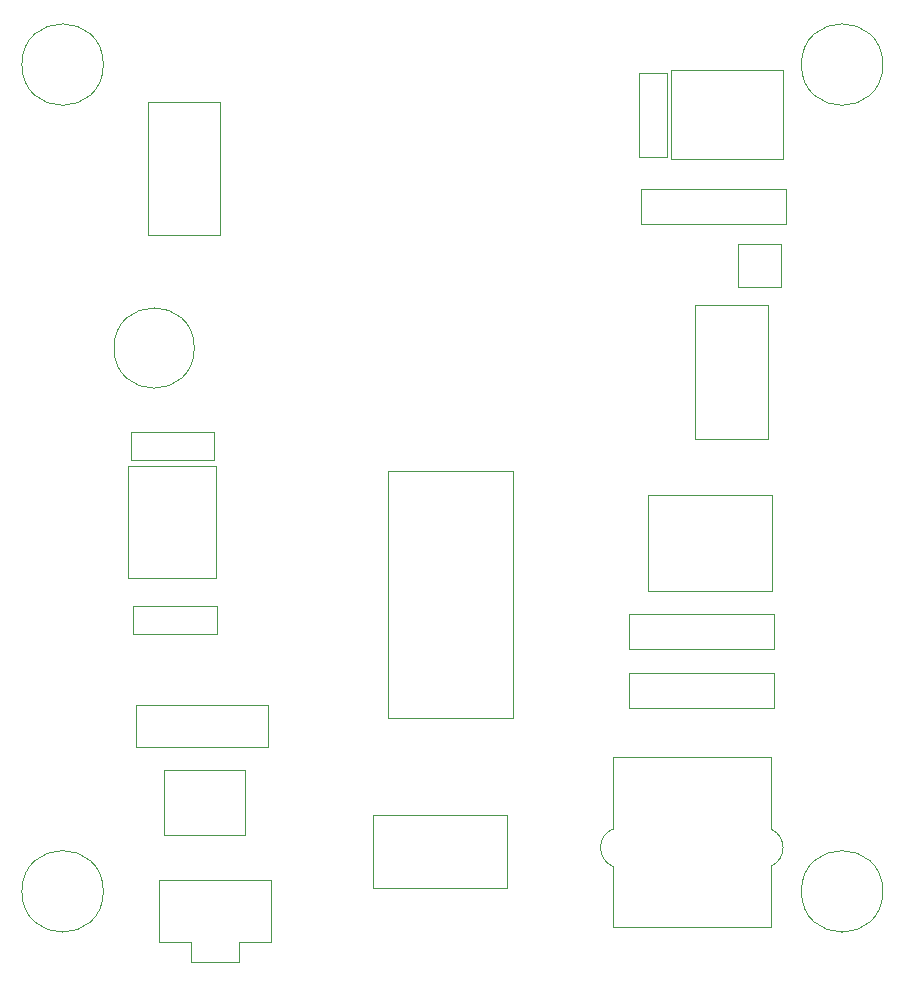
<source format=gbr>
%TF.GenerationSoftware,KiCad,Pcbnew,(5.1.8)-1*%
%TF.CreationDate,2021-01-04T15:21:09+00:00*%
%TF.ProjectId,main,6d61696e-2e6b-4696-9361-645f70636258,2.2*%
%TF.SameCoordinates,Original*%
%TF.FileFunction,Other,User*%
%FSLAX46Y46*%
G04 Gerber Fmt 4.6, Leading zero omitted, Abs format (unit mm)*
G04 Created by KiCad (PCBNEW (5.1.8)-1) date 2021-01-04 15:21:09*
%MOMM*%
%LPD*%
G01*
G04 APERTURE LIST*
%ADD10C,0.050000*%
G04 APERTURE END LIST*
D10*
%TO.C,J7*%
X161570000Y-113600000D02*
X161570000Y-119720000D01*
X174970000Y-113600000D02*
X174970000Y-119720000D01*
X161570000Y-128000000D02*
X161570000Y-122880000D01*
X174970000Y-128000000D02*
X161570000Y-128000000D01*
X174970000Y-122880000D02*
X174970000Y-128000000D01*
X161570000Y-113600000D02*
X174970000Y-113600000D01*
X174970000Y-119720000D02*
G75*
G02*
X174970000Y-122880000I-700000J-1580000D01*
G01*
X161570000Y-122880000D02*
G75*
G02*
X161570000Y-119720000I700000J1580000D01*
G01*
%TO.C,J6*%
X152650000Y-118550000D02*
X152650000Y-124700000D01*
X141300000Y-124700000D02*
X152650000Y-124700000D01*
X141300000Y-118550000D02*
X141300000Y-124700000D01*
X152650000Y-118550000D02*
X141300000Y-118550000D01*
%TO.C,J5*%
X168550000Y-75350000D02*
X174700000Y-75350000D01*
X174700000Y-86700000D02*
X174700000Y-75350000D01*
X168550000Y-86700000D02*
X174700000Y-86700000D01*
X168550000Y-75350000D02*
X168550000Y-86700000D01*
%TO.C,H4*%
X118450000Y-55000000D02*
G75*
G03*
X118450000Y-55000000I-3450000J0D01*
G01*
%TO.C,H3*%
X184450000Y-55000000D02*
G75*
G03*
X184450000Y-55000000I-3450000J0D01*
G01*
%TO.C,H2*%
X184450000Y-125000000D02*
G75*
G03*
X184450000Y-125000000I-3450000J0D01*
G01*
%TO.C,H1*%
X118450000Y-125000000D02*
G75*
G03*
X118450000Y-125000000I-3450000J0D01*
G01*
%TO.C,U1*%
X153100000Y-89450000D02*
X142550000Y-89450000D01*
X153100000Y-110300000D02*
X153100000Y-89450000D01*
X142550000Y-110300000D02*
X153100000Y-110300000D01*
X142550000Y-89450000D02*
X142550000Y-110300000D01*
%TO.C,SW3*%
X175750000Y-63000000D02*
X176000000Y-63000000D01*
X176000000Y-63000000D02*
X176000000Y-62750000D01*
X175750000Y-55500000D02*
X176000000Y-55500000D01*
X176000000Y-55500000D02*
X176000000Y-55750000D01*
X166500000Y-55750000D02*
X166500000Y-55500000D01*
X166500000Y-55500000D02*
X166750000Y-55500000D01*
X166500000Y-62750000D02*
X166500000Y-63000000D01*
X166500000Y-63000000D02*
X166750000Y-63000000D01*
X166750000Y-55500000D02*
X175750000Y-55500000D01*
X166500000Y-62750000D02*
X166500000Y-55750000D01*
X175750000Y-63000000D02*
X166750000Y-63000000D01*
X176000000Y-55750000D02*
X176000000Y-62750000D01*
%TO.C,SW2*%
X128000000Y-89250000D02*
X128000000Y-89000000D01*
X128000000Y-89000000D02*
X127750000Y-89000000D01*
X120500000Y-89250000D02*
X120500000Y-89000000D01*
X120500000Y-89000000D02*
X120750000Y-89000000D01*
X120750000Y-98500000D02*
X120500000Y-98500000D01*
X120500000Y-98500000D02*
X120500000Y-98250000D01*
X127750000Y-98500000D02*
X128000000Y-98500000D01*
X128000000Y-98500000D02*
X128000000Y-98250000D01*
X120500000Y-98250000D02*
X120500000Y-89250000D01*
X127750000Y-98500000D02*
X120750000Y-98500000D01*
X128000000Y-89250000D02*
X128000000Y-98250000D01*
X120750000Y-89000000D02*
X127750000Y-89000000D01*
%TO.C,R3*%
X163950000Y-65500000D02*
X163950000Y-68500000D01*
X163950000Y-68500000D02*
X176210000Y-68500000D01*
X176210000Y-68500000D02*
X176210000Y-65500000D01*
X176210000Y-65500000D02*
X163950000Y-65500000D01*
%TO.C,R2*%
X162950000Y-106500000D02*
X162950000Y-109500000D01*
X162950000Y-109500000D02*
X175210000Y-109500000D01*
X175210000Y-109500000D02*
X175210000Y-106500000D01*
X175210000Y-106500000D02*
X162950000Y-106500000D01*
%TO.C,R1*%
X162950000Y-101500000D02*
X162950000Y-104500000D01*
X162950000Y-104500000D02*
X175210000Y-104500000D01*
X175210000Y-104500000D02*
X175210000Y-101500000D01*
X175210000Y-101500000D02*
X162950000Y-101500000D01*
%TO.C,C4*%
X120950000Y-100800000D02*
X120950000Y-103200000D01*
X120950000Y-103200000D02*
X128050000Y-103200000D01*
X128050000Y-103200000D02*
X128050000Y-100800000D01*
X128050000Y-100800000D02*
X120950000Y-100800000D01*
%TO.C,C3*%
X126150000Y-79000000D02*
G75*
G03*
X126150000Y-79000000I-3400000J0D01*
G01*
%TO.C,C2*%
X163800000Y-62850000D02*
X166200000Y-62850000D01*
X166200000Y-62850000D02*
X166200000Y-55750000D01*
X166200000Y-55750000D02*
X163800000Y-55750000D01*
X163800000Y-55750000D02*
X163800000Y-62850000D01*
%TO.C,C1*%
X120750000Y-86100000D02*
X120750000Y-88500000D01*
X120750000Y-88500000D02*
X127850000Y-88500000D01*
X127850000Y-88500000D02*
X127850000Y-86100000D01*
X127850000Y-86100000D02*
X120750000Y-86100000D01*
%TO.C,SW1*%
X125900000Y-129250000D02*
X125900000Y-131000000D01*
X129900000Y-131000000D02*
X129900000Y-129250000D01*
X129900000Y-131000000D02*
X125900000Y-131000000D01*
X125900000Y-129250000D02*
X123150000Y-129250000D01*
X123150000Y-129250000D02*
X123150000Y-124050000D01*
X123150000Y-124050000D02*
X132650000Y-124050000D01*
X132650000Y-124050000D02*
X132650000Y-129250000D01*
X132650000Y-129250000D02*
X129900000Y-129250000D01*
%TO.C,U2*%
X175100000Y-91450000D02*
X164550000Y-91450000D01*
X175100000Y-99600000D02*
X175100000Y-91450000D01*
X164550000Y-99600000D02*
X175100000Y-99600000D01*
X164550000Y-91450000D02*
X164550000Y-99600000D01*
%TO.C,J4*%
X128350000Y-58200000D02*
X122200000Y-58200000D01*
X128350000Y-69400000D02*
X128350000Y-58200000D01*
X122200000Y-69400000D02*
X128350000Y-69400000D01*
X122200000Y-58200000D02*
X122200000Y-69400000D01*
%TO.C,J3*%
X175800000Y-70200000D02*
X172200000Y-70200000D01*
X175800000Y-73800000D02*
X175800000Y-70200000D01*
X172200000Y-73800000D02*
X175800000Y-73800000D01*
X172200000Y-70200000D02*
X172200000Y-73800000D01*
%TO.C,J1*%
X123550000Y-120200000D02*
X130450000Y-120200000D01*
X123550000Y-114700000D02*
X123550000Y-120200000D01*
X130450000Y-114700000D02*
X123550000Y-114700000D01*
X130450000Y-120200000D02*
X130450000Y-114700000D01*
%TO.C,J2*%
X132400000Y-112800000D02*
X121200000Y-112800000D01*
X132400000Y-109250000D02*
X132400000Y-112800000D01*
X121200000Y-109250000D02*
X132400000Y-109250000D01*
X121200000Y-112800000D02*
X121200000Y-109250000D01*
%TD*%
M02*

</source>
